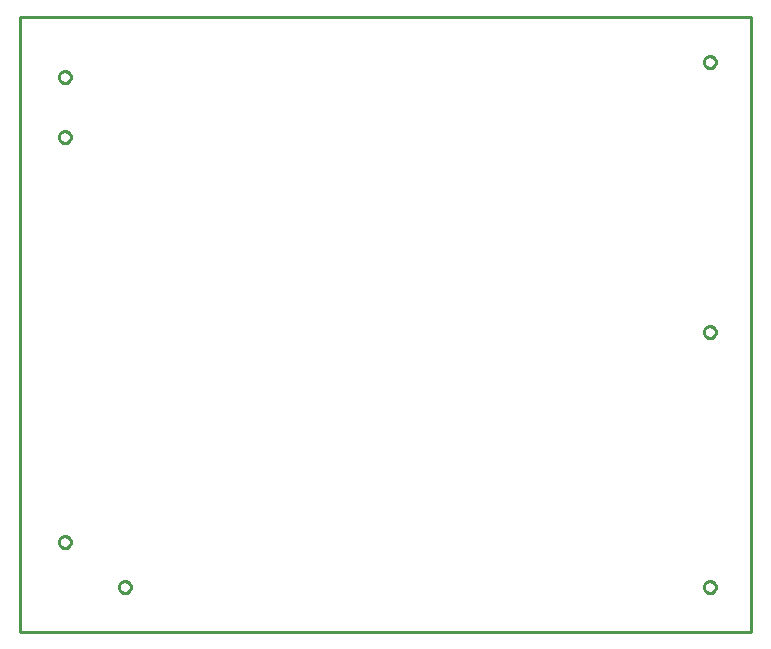
<source format=gko>
G04 EAGLE Gerber RS-274X export*
G75*
%MOMM*%
%FSLAX34Y34*%
%LPD*%
%IN*%
%IPPOS*%
%AMOC8*
5,1,8,0,0,1.08239X$1,22.5*%
G01*
%ADD10C,0.254000*%


D10*
X114300Y203200D02*
X733300Y203200D01*
X733300Y723800D01*
X114300Y723800D01*
X114300Y203200D01*
X157400Y672819D02*
X157337Y672261D01*
X157212Y671714D01*
X157027Y671184D01*
X156783Y670678D01*
X156484Y670202D01*
X156134Y669763D01*
X155737Y669366D01*
X155298Y669016D01*
X154822Y668717D01*
X154316Y668473D01*
X153786Y668288D01*
X153239Y668163D01*
X152681Y668100D01*
X152119Y668100D01*
X151561Y668163D01*
X151014Y668288D01*
X150484Y668473D01*
X149978Y668717D01*
X149502Y669016D01*
X149063Y669366D01*
X148666Y669763D01*
X148316Y670202D01*
X148017Y670678D01*
X147773Y671184D01*
X147588Y671714D01*
X147463Y672261D01*
X147400Y672819D01*
X147400Y673381D01*
X147463Y673939D01*
X147588Y674486D01*
X147773Y675016D01*
X148017Y675522D01*
X148316Y675998D01*
X148666Y676437D01*
X149063Y676834D01*
X149502Y677184D01*
X149978Y677483D01*
X150484Y677727D01*
X151014Y677912D01*
X151561Y678037D01*
X152119Y678100D01*
X152681Y678100D01*
X153239Y678037D01*
X153786Y677912D01*
X154316Y677727D01*
X154822Y677483D01*
X155298Y677184D01*
X155737Y676834D01*
X156134Y676437D01*
X156484Y675998D01*
X156783Y675522D01*
X157027Y675016D01*
X157212Y674486D01*
X157337Y673939D01*
X157400Y673381D01*
X157400Y672819D01*
X703500Y456919D02*
X703437Y456361D01*
X703312Y455814D01*
X703127Y455284D01*
X702883Y454778D01*
X702584Y454302D01*
X702234Y453863D01*
X701837Y453466D01*
X701398Y453116D01*
X700922Y452817D01*
X700416Y452573D01*
X699886Y452388D01*
X699339Y452263D01*
X698781Y452200D01*
X698219Y452200D01*
X697661Y452263D01*
X697114Y452388D01*
X696584Y452573D01*
X696078Y452817D01*
X695602Y453116D01*
X695163Y453466D01*
X694766Y453863D01*
X694416Y454302D01*
X694117Y454778D01*
X693873Y455284D01*
X693688Y455814D01*
X693563Y456361D01*
X693500Y456919D01*
X693500Y457481D01*
X693563Y458039D01*
X693688Y458586D01*
X693873Y459116D01*
X694117Y459622D01*
X694416Y460098D01*
X694766Y460537D01*
X695163Y460934D01*
X695602Y461284D01*
X696078Y461583D01*
X696584Y461827D01*
X697114Y462012D01*
X697661Y462137D01*
X698219Y462200D01*
X698781Y462200D01*
X699339Y462137D01*
X699886Y462012D01*
X700416Y461827D01*
X700922Y461583D01*
X701398Y461284D01*
X701837Y460934D01*
X702234Y460537D01*
X702584Y460098D01*
X702883Y459622D01*
X703127Y459116D01*
X703312Y458586D01*
X703437Y458039D01*
X703500Y457481D01*
X703500Y456919D01*
X208200Y241019D02*
X208137Y240461D01*
X208012Y239914D01*
X207827Y239384D01*
X207583Y238878D01*
X207284Y238402D01*
X206934Y237963D01*
X206537Y237566D01*
X206098Y237216D01*
X205622Y236917D01*
X205116Y236673D01*
X204586Y236488D01*
X204039Y236363D01*
X203481Y236300D01*
X202919Y236300D01*
X202361Y236363D01*
X201814Y236488D01*
X201284Y236673D01*
X200778Y236917D01*
X200302Y237216D01*
X199863Y237566D01*
X199466Y237963D01*
X199116Y238402D01*
X198817Y238878D01*
X198573Y239384D01*
X198388Y239914D01*
X198263Y240461D01*
X198200Y241019D01*
X198200Y241581D01*
X198263Y242139D01*
X198388Y242686D01*
X198573Y243216D01*
X198817Y243722D01*
X199116Y244198D01*
X199466Y244637D01*
X199863Y245034D01*
X200302Y245384D01*
X200778Y245683D01*
X201284Y245927D01*
X201814Y246112D01*
X202361Y246237D01*
X202919Y246300D01*
X203481Y246300D01*
X204039Y246237D01*
X204586Y246112D01*
X205116Y245927D01*
X205622Y245683D01*
X206098Y245384D01*
X206537Y245034D01*
X206934Y244637D01*
X207284Y244198D01*
X207583Y243722D01*
X207827Y243216D01*
X208012Y242686D01*
X208137Y242139D01*
X208200Y241581D01*
X208200Y241019D01*
X157400Y622019D02*
X157337Y621461D01*
X157212Y620914D01*
X157027Y620384D01*
X156783Y619878D01*
X156484Y619402D01*
X156134Y618963D01*
X155737Y618566D01*
X155298Y618216D01*
X154822Y617917D01*
X154316Y617673D01*
X153786Y617488D01*
X153239Y617363D01*
X152681Y617300D01*
X152119Y617300D01*
X151561Y617363D01*
X151014Y617488D01*
X150484Y617673D01*
X149978Y617917D01*
X149502Y618216D01*
X149063Y618566D01*
X148666Y618963D01*
X148316Y619402D01*
X148017Y619878D01*
X147773Y620384D01*
X147588Y620914D01*
X147463Y621461D01*
X147400Y622019D01*
X147400Y622581D01*
X147463Y623139D01*
X147588Y623686D01*
X147773Y624216D01*
X148017Y624722D01*
X148316Y625198D01*
X148666Y625637D01*
X149063Y626034D01*
X149502Y626384D01*
X149978Y626683D01*
X150484Y626927D01*
X151014Y627112D01*
X151561Y627237D01*
X152119Y627300D01*
X152681Y627300D01*
X153239Y627237D01*
X153786Y627112D01*
X154316Y626927D01*
X154822Y626683D01*
X155298Y626384D01*
X155737Y626034D01*
X156134Y625637D01*
X156484Y625198D01*
X156783Y624722D01*
X157027Y624216D01*
X157212Y623686D01*
X157337Y623139D01*
X157400Y622581D01*
X157400Y622019D01*
X703500Y241019D02*
X703437Y240461D01*
X703312Y239914D01*
X703127Y239384D01*
X702883Y238878D01*
X702584Y238402D01*
X702234Y237963D01*
X701837Y237566D01*
X701398Y237216D01*
X700922Y236917D01*
X700416Y236673D01*
X699886Y236488D01*
X699339Y236363D01*
X698781Y236300D01*
X698219Y236300D01*
X697661Y236363D01*
X697114Y236488D01*
X696584Y236673D01*
X696078Y236917D01*
X695602Y237216D01*
X695163Y237566D01*
X694766Y237963D01*
X694416Y238402D01*
X694117Y238878D01*
X693873Y239384D01*
X693688Y239914D01*
X693563Y240461D01*
X693500Y241019D01*
X693500Y241581D01*
X693563Y242139D01*
X693688Y242686D01*
X693873Y243216D01*
X694117Y243722D01*
X694416Y244198D01*
X694766Y244637D01*
X695163Y245034D01*
X695602Y245384D01*
X696078Y245683D01*
X696584Y245927D01*
X697114Y246112D01*
X697661Y246237D01*
X698219Y246300D01*
X698781Y246300D01*
X699339Y246237D01*
X699886Y246112D01*
X700416Y245927D01*
X700922Y245683D01*
X701398Y245384D01*
X701837Y245034D01*
X702234Y244637D01*
X702584Y244198D01*
X702883Y243722D01*
X703127Y243216D01*
X703312Y242686D01*
X703437Y242139D01*
X703500Y241581D01*
X703500Y241019D01*
X157400Y279119D02*
X157337Y278561D01*
X157212Y278014D01*
X157027Y277484D01*
X156783Y276978D01*
X156484Y276502D01*
X156134Y276063D01*
X155737Y275666D01*
X155298Y275316D01*
X154822Y275017D01*
X154316Y274773D01*
X153786Y274588D01*
X153239Y274463D01*
X152681Y274400D01*
X152119Y274400D01*
X151561Y274463D01*
X151014Y274588D01*
X150484Y274773D01*
X149978Y275017D01*
X149502Y275316D01*
X149063Y275666D01*
X148666Y276063D01*
X148316Y276502D01*
X148017Y276978D01*
X147773Y277484D01*
X147588Y278014D01*
X147463Y278561D01*
X147400Y279119D01*
X147400Y279681D01*
X147463Y280239D01*
X147588Y280786D01*
X147773Y281316D01*
X148017Y281822D01*
X148316Y282298D01*
X148666Y282737D01*
X149063Y283134D01*
X149502Y283484D01*
X149978Y283783D01*
X150484Y284027D01*
X151014Y284212D01*
X151561Y284337D01*
X152119Y284400D01*
X152681Y284400D01*
X153239Y284337D01*
X153786Y284212D01*
X154316Y284027D01*
X154822Y283783D01*
X155298Y283484D01*
X155737Y283134D01*
X156134Y282737D01*
X156484Y282298D01*
X156783Y281822D01*
X157027Y281316D01*
X157212Y280786D01*
X157337Y280239D01*
X157400Y279681D01*
X157400Y279119D01*
X703500Y685519D02*
X703437Y684961D01*
X703312Y684414D01*
X703127Y683884D01*
X702883Y683378D01*
X702584Y682902D01*
X702234Y682463D01*
X701837Y682066D01*
X701398Y681716D01*
X700922Y681417D01*
X700416Y681173D01*
X699886Y680988D01*
X699339Y680863D01*
X698781Y680800D01*
X698219Y680800D01*
X697661Y680863D01*
X697114Y680988D01*
X696584Y681173D01*
X696078Y681417D01*
X695602Y681716D01*
X695163Y682066D01*
X694766Y682463D01*
X694416Y682902D01*
X694117Y683378D01*
X693873Y683884D01*
X693688Y684414D01*
X693563Y684961D01*
X693500Y685519D01*
X693500Y686081D01*
X693563Y686639D01*
X693688Y687186D01*
X693873Y687716D01*
X694117Y688222D01*
X694416Y688698D01*
X694766Y689137D01*
X695163Y689534D01*
X695602Y689884D01*
X696078Y690183D01*
X696584Y690427D01*
X697114Y690612D01*
X697661Y690737D01*
X698219Y690800D01*
X698781Y690800D01*
X699339Y690737D01*
X699886Y690612D01*
X700416Y690427D01*
X700922Y690183D01*
X701398Y689884D01*
X701837Y689534D01*
X702234Y689137D01*
X702584Y688698D01*
X702883Y688222D01*
X703127Y687716D01*
X703312Y687186D01*
X703437Y686639D01*
X703500Y686081D01*
X703500Y685519D01*
M02*

</source>
